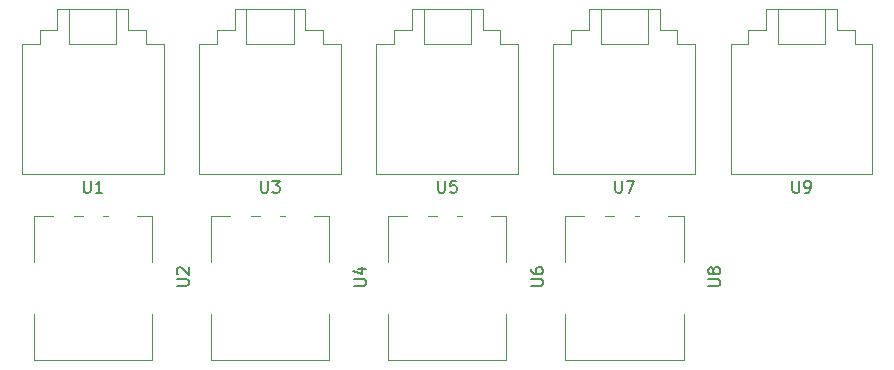
<source format=gbr>
%TF.GenerationSoftware,KiCad,Pcbnew,7.0.1-0*%
%TF.CreationDate,2024-04-25T19:19:39-04:00*%
%TF.ProjectId,mixer,6d697865-722e-46b6-9963-61645f706362,rev?*%
%TF.SameCoordinates,Original*%
%TF.FileFunction,Legend,Top*%
%TF.FilePolarity,Positive*%
%FSLAX46Y46*%
G04 Gerber Fmt 4.6, Leading zero omitted, Abs format (unit mm)*
G04 Created by KiCad (PCBNEW 7.0.1-0) date 2024-04-25 19:19:39*
%MOMM*%
%LPD*%
G01*
G04 APERTURE LIST*
%ADD10C,0.150000*%
%ADD11C,0.120000*%
G04 APERTURE END LIST*
D10*
%TO.C,U1*%
X112604095Y-102322619D02*
X112604095Y-103132142D01*
X112604095Y-103132142D02*
X112651714Y-103227380D01*
X112651714Y-103227380D02*
X112699333Y-103275000D01*
X112699333Y-103275000D02*
X112794571Y-103322619D01*
X112794571Y-103322619D02*
X112985047Y-103322619D01*
X112985047Y-103322619D02*
X113080285Y-103275000D01*
X113080285Y-103275000D02*
X113127904Y-103227380D01*
X113127904Y-103227380D02*
X113175523Y-103132142D01*
X113175523Y-103132142D02*
X113175523Y-102322619D01*
X114175523Y-103322619D02*
X113604095Y-103322619D01*
X113889809Y-103322619D02*
X113889809Y-102322619D01*
X113889809Y-102322619D02*
X113794571Y-102465476D01*
X113794571Y-102465476D02*
X113699333Y-102560714D01*
X113699333Y-102560714D02*
X113604095Y-102608333D01*
%TO.C,U2*%
X120478619Y-111220904D02*
X121288142Y-111220904D01*
X121288142Y-111220904D02*
X121383380Y-111173285D01*
X121383380Y-111173285D02*
X121431000Y-111125666D01*
X121431000Y-111125666D02*
X121478619Y-111030428D01*
X121478619Y-111030428D02*
X121478619Y-110839952D01*
X121478619Y-110839952D02*
X121431000Y-110744714D01*
X121431000Y-110744714D02*
X121383380Y-110697095D01*
X121383380Y-110697095D02*
X121288142Y-110649476D01*
X121288142Y-110649476D02*
X120478619Y-110649476D01*
X120573857Y-110220904D02*
X120526238Y-110173285D01*
X120526238Y-110173285D02*
X120478619Y-110078047D01*
X120478619Y-110078047D02*
X120478619Y-109839952D01*
X120478619Y-109839952D02*
X120526238Y-109744714D01*
X120526238Y-109744714D02*
X120573857Y-109697095D01*
X120573857Y-109697095D02*
X120669095Y-109649476D01*
X120669095Y-109649476D02*
X120764333Y-109649476D01*
X120764333Y-109649476D02*
X120907190Y-109697095D01*
X120907190Y-109697095D02*
X121478619Y-110268523D01*
X121478619Y-110268523D02*
X121478619Y-109649476D01*
%TO.C,U8*%
X165470369Y-111220904D02*
X166279892Y-111220904D01*
X166279892Y-111220904D02*
X166375130Y-111173285D01*
X166375130Y-111173285D02*
X166422750Y-111125666D01*
X166422750Y-111125666D02*
X166470369Y-111030428D01*
X166470369Y-111030428D02*
X166470369Y-110839952D01*
X166470369Y-110839952D02*
X166422750Y-110744714D01*
X166422750Y-110744714D02*
X166375130Y-110697095D01*
X166375130Y-110697095D02*
X166279892Y-110649476D01*
X166279892Y-110649476D02*
X165470369Y-110649476D01*
X165898940Y-110030428D02*
X165851321Y-110125666D01*
X165851321Y-110125666D02*
X165803702Y-110173285D01*
X165803702Y-110173285D02*
X165708464Y-110220904D01*
X165708464Y-110220904D02*
X165660845Y-110220904D01*
X165660845Y-110220904D02*
X165565607Y-110173285D01*
X165565607Y-110173285D02*
X165517988Y-110125666D01*
X165517988Y-110125666D02*
X165470369Y-110030428D01*
X165470369Y-110030428D02*
X165470369Y-109839952D01*
X165470369Y-109839952D02*
X165517988Y-109744714D01*
X165517988Y-109744714D02*
X165565607Y-109697095D01*
X165565607Y-109697095D02*
X165660845Y-109649476D01*
X165660845Y-109649476D02*
X165708464Y-109649476D01*
X165708464Y-109649476D02*
X165803702Y-109697095D01*
X165803702Y-109697095D02*
X165851321Y-109744714D01*
X165851321Y-109744714D02*
X165898940Y-109839952D01*
X165898940Y-109839952D02*
X165898940Y-110030428D01*
X165898940Y-110030428D02*
X165946559Y-110125666D01*
X165946559Y-110125666D02*
X165994178Y-110173285D01*
X165994178Y-110173285D02*
X166089416Y-110220904D01*
X166089416Y-110220904D02*
X166279892Y-110220904D01*
X166279892Y-110220904D02*
X166375130Y-110173285D01*
X166375130Y-110173285D02*
X166422750Y-110125666D01*
X166422750Y-110125666D02*
X166470369Y-110030428D01*
X166470369Y-110030428D02*
X166470369Y-109839952D01*
X166470369Y-109839952D02*
X166422750Y-109744714D01*
X166422750Y-109744714D02*
X166375130Y-109697095D01*
X166375130Y-109697095D02*
X166279892Y-109649476D01*
X166279892Y-109649476D02*
X166089416Y-109649476D01*
X166089416Y-109649476D02*
X165994178Y-109697095D01*
X165994178Y-109697095D02*
X165946559Y-109744714D01*
X165946559Y-109744714D02*
X165898940Y-109839952D01*
%TO.C,U9*%
X172593095Y-102322619D02*
X172593095Y-103132142D01*
X172593095Y-103132142D02*
X172640714Y-103227380D01*
X172640714Y-103227380D02*
X172688333Y-103275000D01*
X172688333Y-103275000D02*
X172783571Y-103322619D01*
X172783571Y-103322619D02*
X172974047Y-103322619D01*
X172974047Y-103322619D02*
X173069285Y-103275000D01*
X173069285Y-103275000D02*
X173116904Y-103227380D01*
X173116904Y-103227380D02*
X173164523Y-103132142D01*
X173164523Y-103132142D02*
X173164523Y-102322619D01*
X173688333Y-103322619D02*
X173878809Y-103322619D01*
X173878809Y-103322619D02*
X173974047Y-103275000D01*
X173974047Y-103275000D02*
X174021666Y-103227380D01*
X174021666Y-103227380D02*
X174116904Y-103084523D01*
X174116904Y-103084523D02*
X174164523Y-102894047D01*
X174164523Y-102894047D02*
X174164523Y-102513095D01*
X174164523Y-102513095D02*
X174116904Y-102417857D01*
X174116904Y-102417857D02*
X174069285Y-102370238D01*
X174069285Y-102370238D02*
X173974047Y-102322619D01*
X173974047Y-102322619D02*
X173783571Y-102322619D01*
X173783571Y-102322619D02*
X173688333Y-102370238D01*
X173688333Y-102370238D02*
X173640714Y-102417857D01*
X173640714Y-102417857D02*
X173593095Y-102513095D01*
X173593095Y-102513095D02*
X173593095Y-102751190D01*
X173593095Y-102751190D02*
X173640714Y-102846428D01*
X173640714Y-102846428D02*
X173688333Y-102894047D01*
X173688333Y-102894047D02*
X173783571Y-102941666D01*
X173783571Y-102941666D02*
X173974047Y-102941666D01*
X173974047Y-102941666D02*
X174069285Y-102894047D01*
X174069285Y-102894047D02*
X174116904Y-102846428D01*
X174116904Y-102846428D02*
X174164523Y-102751190D01*
%TO.C,U3*%
X127601345Y-102322619D02*
X127601345Y-103132142D01*
X127601345Y-103132142D02*
X127648964Y-103227380D01*
X127648964Y-103227380D02*
X127696583Y-103275000D01*
X127696583Y-103275000D02*
X127791821Y-103322619D01*
X127791821Y-103322619D02*
X127982297Y-103322619D01*
X127982297Y-103322619D02*
X128077535Y-103275000D01*
X128077535Y-103275000D02*
X128125154Y-103227380D01*
X128125154Y-103227380D02*
X128172773Y-103132142D01*
X128172773Y-103132142D02*
X128172773Y-102322619D01*
X128553726Y-102322619D02*
X129172773Y-102322619D01*
X129172773Y-102322619D02*
X128839440Y-102703571D01*
X128839440Y-102703571D02*
X128982297Y-102703571D01*
X128982297Y-102703571D02*
X129077535Y-102751190D01*
X129077535Y-102751190D02*
X129125154Y-102798809D01*
X129125154Y-102798809D02*
X129172773Y-102894047D01*
X129172773Y-102894047D02*
X129172773Y-103132142D01*
X129172773Y-103132142D02*
X129125154Y-103227380D01*
X129125154Y-103227380D02*
X129077535Y-103275000D01*
X129077535Y-103275000D02*
X128982297Y-103322619D01*
X128982297Y-103322619D02*
X128696583Y-103322619D01*
X128696583Y-103322619D02*
X128601345Y-103275000D01*
X128601345Y-103275000D02*
X128553726Y-103227380D01*
%TO.C,U5*%
X142598595Y-102322619D02*
X142598595Y-103132142D01*
X142598595Y-103132142D02*
X142646214Y-103227380D01*
X142646214Y-103227380D02*
X142693833Y-103275000D01*
X142693833Y-103275000D02*
X142789071Y-103322619D01*
X142789071Y-103322619D02*
X142979547Y-103322619D01*
X142979547Y-103322619D02*
X143074785Y-103275000D01*
X143074785Y-103275000D02*
X143122404Y-103227380D01*
X143122404Y-103227380D02*
X143170023Y-103132142D01*
X143170023Y-103132142D02*
X143170023Y-102322619D01*
X144122404Y-102322619D02*
X143646214Y-102322619D01*
X143646214Y-102322619D02*
X143598595Y-102798809D01*
X143598595Y-102798809D02*
X143646214Y-102751190D01*
X143646214Y-102751190D02*
X143741452Y-102703571D01*
X143741452Y-102703571D02*
X143979547Y-102703571D01*
X143979547Y-102703571D02*
X144074785Y-102751190D01*
X144074785Y-102751190D02*
X144122404Y-102798809D01*
X144122404Y-102798809D02*
X144170023Y-102894047D01*
X144170023Y-102894047D02*
X144170023Y-103132142D01*
X144170023Y-103132142D02*
X144122404Y-103227380D01*
X144122404Y-103227380D02*
X144074785Y-103275000D01*
X144074785Y-103275000D02*
X143979547Y-103322619D01*
X143979547Y-103322619D02*
X143741452Y-103322619D01*
X143741452Y-103322619D02*
X143646214Y-103275000D01*
X143646214Y-103275000D02*
X143598595Y-103227380D01*
%TO.C,U4*%
X135475868Y-111220904D02*
X136285391Y-111220904D01*
X136285391Y-111220904D02*
X136380629Y-111173285D01*
X136380629Y-111173285D02*
X136428249Y-111125666D01*
X136428249Y-111125666D02*
X136475868Y-111030428D01*
X136475868Y-111030428D02*
X136475868Y-110839952D01*
X136475868Y-110839952D02*
X136428249Y-110744714D01*
X136428249Y-110744714D02*
X136380629Y-110697095D01*
X136380629Y-110697095D02*
X136285391Y-110649476D01*
X136285391Y-110649476D02*
X135475868Y-110649476D01*
X135809201Y-109744714D02*
X136475868Y-109744714D01*
X135428249Y-109982809D02*
X136142534Y-110220904D01*
X136142534Y-110220904D02*
X136142534Y-109601857D01*
%TO.C,U6*%
X150473119Y-111220904D02*
X151282642Y-111220904D01*
X151282642Y-111220904D02*
X151377880Y-111173285D01*
X151377880Y-111173285D02*
X151425500Y-111125666D01*
X151425500Y-111125666D02*
X151473119Y-111030428D01*
X151473119Y-111030428D02*
X151473119Y-110839952D01*
X151473119Y-110839952D02*
X151425500Y-110744714D01*
X151425500Y-110744714D02*
X151377880Y-110697095D01*
X151377880Y-110697095D02*
X151282642Y-110649476D01*
X151282642Y-110649476D02*
X150473119Y-110649476D01*
X150473119Y-109744714D02*
X150473119Y-109935190D01*
X150473119Y-109935190D02*
X150520738Y-110030428D01*
X150520738Y-110030428D02*
X150568357Y-110078047D01*
X150568357Y-110078047D02*
X150711214Y-110173285D01*
X150711214Y-110173285D02*
X150901690Y-110220904D01*
X150901690Y-110220904D02*
X151282642Y-110220904D01*
X151282642Y-110220904D02*
X151377880Y-110173285D01*
X151377880Y-110173285D02*
X151425500Y-110125666D01*
X151425500Y-110125666D02*
X151473119Y-110030428D01*
X151473119Y-110030428D02*
X151473119Y-109839952D01*
X151473119Y-109839952D02*
X151425500Y-109744714D01*
X151425500Y-109744714D02*
X151377880Y-109697095D01*
X151377880Y-109697095D02*
X151282642Y-109649476D01*
X151282642Y-109649476D02*
X151044547Y-109649476D01*
X151044547Y-109649476D02*
X150949309Y-109697095D01*
X150949309Y-109697095D02*
X150901690Y-109744714D01*
X150901690Y-109744714D02*
X150854071Y-109839952D01*
X150854071Y-109839952D02*
X150854071Y-110030428D01*
X150854071Y-110030428D02*
X150901690Y-110125666D01*
X150901690Y-110125666D02*
X150949309Y-110173285D01*
X150949309Y-110173285D02*
X151044547Y-110220904D01*
%TO.C,U7*%
X157595845Y-102322619D02*
X157595845Y-103132142D01*
X157595845Y-103132142D02*
X157643464Y-103227380D01*
X157643464Y-103227380D02*
X157691083Y-103275000D01*
X157691083Y-103275000D02*
X157786321Y-103322619D01*
X157786321Y-103322619D02*
X157976797Y-103322619D01*
X157976797Y-103322619D02*
X158072035Y-103275000D01*
X158072035Y-103275000D02*
X158119654Y-103227380D01*
X158119654Y-103227380D02*
X158167273Y-103132142D01*
X158167273Y-103132142D02*
X158167273Y-102322619D01*
X158548226Y-102322619D02*
X159214892Y-102322619D01*
X159214892Y-102322619D02*
X158786321Y-103322619D01*
D11*
%TO.C,U1*%
X119366000Y-101760000D02*
X107366000Y-101760000D01*
X119366000Y-90760000D02*
X119366000Y-101760000D01*
X117866000Y-90760000D02*
X119366000Y-90760000D01*
X117866000Y-89560000D02*
X117866000Y-90760000D01*
X116366000Y-89560000D02*
X117866000Y-89560000D01*
X116366000Y-87760000D02*
X116366000Y-89560000D01*
X115366000Y-90760000D02*
X115366000Y-87760000D01*
X111366000Y-90760000D02*
X115366000Y-90760000D01*
X111366000Y-87760000D02*
X111366000Y-90760000D01*
X110366000Y-89560000D02*
X110366000Y-87760000D01*
X110366000Y-87760000D02*
X116366000Y-87760000D01*
X108866000Y-90760000D02*
X108866000Y-89560000D01*
X108866000Y-89560000D02*
X110366000Y-89560000D01*
X107366000Y-101760000D02*
X107366000Y-90760000D01*
X107366000Y-90760000D02*
X108866000Y-90760000D01*
%TO.C,U2*%
X118387000Y-105289000D02*
X117066000Y-105289000D01*
X118387000Y-105289000D02*
X118387000Y-109226000D01*
X114616000Y-105289000D02*
X114236000Y-105289000D01*
X112495000Y-105289000D02*
X111736000Y-105289000D01*
X109996000Y-105289000D02*
X108346000Y-105289000D01*
X108346000Y-105289000D02*
X108346000Y-109226000D01*
X118387000Y-113593000D02*
X118387000Y-117529000D01*
X108346000Y-113593000D02*
X108346000Y-117529000D01*
X118387000Y-117529000D02*
X108346000Y-117529000D01*
%TO.C,U8*%
X163378750Y-105289000D02*
X162057750Y-105289000D01*
X163378750Y-105289000D02*
X163378750Y-109226000D01*
X159607750Y-105289000D02*
X159227750Y-105289000D01*
X157486750Y-105289000D02*
X156727750Y-105289000D01*
X154987750Y-105289000D02*
X153337750Y-105289000D01*
X153337750Y-105289000D02*
X153337750Y-109226000D01*
X163378750Y-113593000D02*
X163378750Y-117529000D01*
X153337750Y-113593000D02*
X153337750Y-117529000D01*
X163378750Y-117529000D02*
X153337750Y-117529000D01*
%TO.C,U9*%
X179355000Y-101760000D02*
X167355000Y-101760000D01*
X179355000Y-90760000D02*
X179355000Y-101760000D01*
X177855000Y-90760000D02*
X179355000Y-90760000D01*
X177855000Y-89560000D02*
X177855000Y-90760000D01*
X176355000Y-89560000D02*
X177855000Y-89560000D01*
X176355000Y-87760000D02*
X176355000Y-89560000D01*
X175355000Y-90760000D02*
X175355000Y-87760000D01*
X171355000Y-90760000D02*
X175355000Y-90760000D01*
X171355000Y-87760000D02*
X171355000Y-90760000D01*
X170355000Y-89560000D02*
X170355000Y-87760000D01*
X170355000Y-87760000D02*
X176355000Y-87760000D01*
X168855000Y-90760000D02*
X168855000Y-89560000D01*
X168855000Y-89560000D02*
X170355000Y-89560000D01*
X167355000Y-101760000D02*
X167355000Y-90760000D01*
X167355000Y-90760000D02*
X168855000Y-90760000D01*
%TO.C,U3*%
X134363250Y-101760000D02*
X122363250Y-101760000D01*
X134363250Y-90760000D02*
X134363250Y-101760000D01*
X132863250Y-90760000D02*
X134363250Y-90760000D01*
X132863250Y-89560000D02*
X132863250Y-90760000D01*
X131363250Y-89560000D02*
X132863250Y-89560000D01*
X131363250Y-87760000D02*
X131363250Y-89560000D01*
X130363250Y-90760000D02*
X130363250Y-87760000D01*
X126363250Y-90760000D02*
X130363250Y-90760000D01*
X126363250Y-87760000D02*
X126363250Y-90760000D01*
X125363250Y-89560000D02*
X125363250Y-87760000D01*
X125363250Y-87760000D02*
X131363250Y-87760000D01*
X123863250Y-90760000D02*
X123863250Y-89560000D01*
X123863250Y-89560000D02*
X125363250Y-89560000D01*
X122363250Y-101760000D02*
X122363250Y-90760000D01*
X122363250Y-90760000D02*
X123863250Y-90760000D01*
%TO.C,U5*%
X149360500Y-101760000D02*
X137360500Y-101760000D01*
X149360500Y-90760000D02*
X149360500Y-101760000D01*
X147860500Y-90760000D02*
X149360500Y-90760000D01*
X147860500Y-89560000D02*
X147860500Y-90760000D01*
X146360500Y-89560000D02*
X147860500Y-89560000D01*
X146360500Y-87760000D02*
X146360500Y-89560000D01*
X145360500Y-90760000D02*
X145360500Y-87760000D01*
X141360500Y-90760000D02*
X145360500Y-90760000D01*
X141360500Y-87760000D02*
X141360500Y-90760000D01*
X140360500Y-89560000D02*
X140360500Y-87760000D01*
X140360500Y-87760000D02*
X146360500Y-87760000D01*
X138860500Y-90760000D02*
X138860500Y-89560000D01*
X138860500Y-89560000D02*
X140360500Y-89560000D01*
X137360500Y-101760000D02*
X137360500Y-90760000D01*
X137360500Y-90760000D02*
X138860500Y-90760000D01*
%TO.C,U4*%
X133384249Y-105289000D02*
X132063249Y-105289000D01*
X133384249Y-105289000D02*
X133384249Y-109226000D01*
X129613249Y-105289000D02*
X129233249Y-105289000D01*
X127492249Y-105289000D02*
X126733249Y-105289000D01*
X124993249Y-105289000D02*
X123343249Y-105289000D01*
X123343249Y-105289000D02*
X123343249Y-109226000D01*
X133384249Y-113593000D02*
X133384249Y-117529000D01*
X123343249Y-113593000D02*
X123343249Y-117529000D01*
X133384249Y-117529000D02*
X123343249Y-117529000D01*
%TO.C,U6*%
X148381500Y-105289000D02*
X147060500Y-105289000D01*
X148381500Y-105289000D02*
X148381500Y-109226000D01*
X144610500Y-105289000D02*
X144230500Y-105289000D01*
X142489500Y-105289000D02*
X141730500Y-105289000D01*
X139990500Y-105289000D02*
X138340500Y-105289000D01*
X138340500Y-105289000D02*
X138340500Y-109226000D01*
X148381500Y-113593000D02*
X148381500Y-117529000D01*
X138340500Y-113593000D02*
X138340500Y-117529000D01*
X148381500Y-117529000D02*
X138340500Y-117529000D01*
%TO.C,U7*%
X164357750Y-101760000D02*
X152357750Y-101760000D01*
X164357750Y-90760000D02*
X164357750Y-101760000D01*
X162857750Y-90760000D02*
X164357750Y-90760000D01*
X162857750Y-89560000D02*
X162857750Y-90760000D01*
X161357750Y-89560000D02*
X162857750Y-89560000D01*
X161357750Y-87760000D02*
X161357750Y-89560000D01*
X160357750Y-90760000D02*
X160357750Y-87760000D01*
X156357750Y-90760000D02*
X160357750Y-90760000D01*
X156357750Y-87760000D02*
X156357750Y-90760000D01*
X155357750Y-89560000D02*
X155357750Y-87760000D01*
X155357750Y-87760000D02*
X161357750Y-87760000D01*
X153857750Y-90760000D02*
X153857750Y-89560000D01*
X153857750Y-89560000D02*
X155357750Y-89560000D01*
X152357750Y-101760000D02*
X152357750Y-90760000D01*
X152357750Y-90760000D02*
X153857750Y-90760000D01*
%TD*%
M02*

</source>
